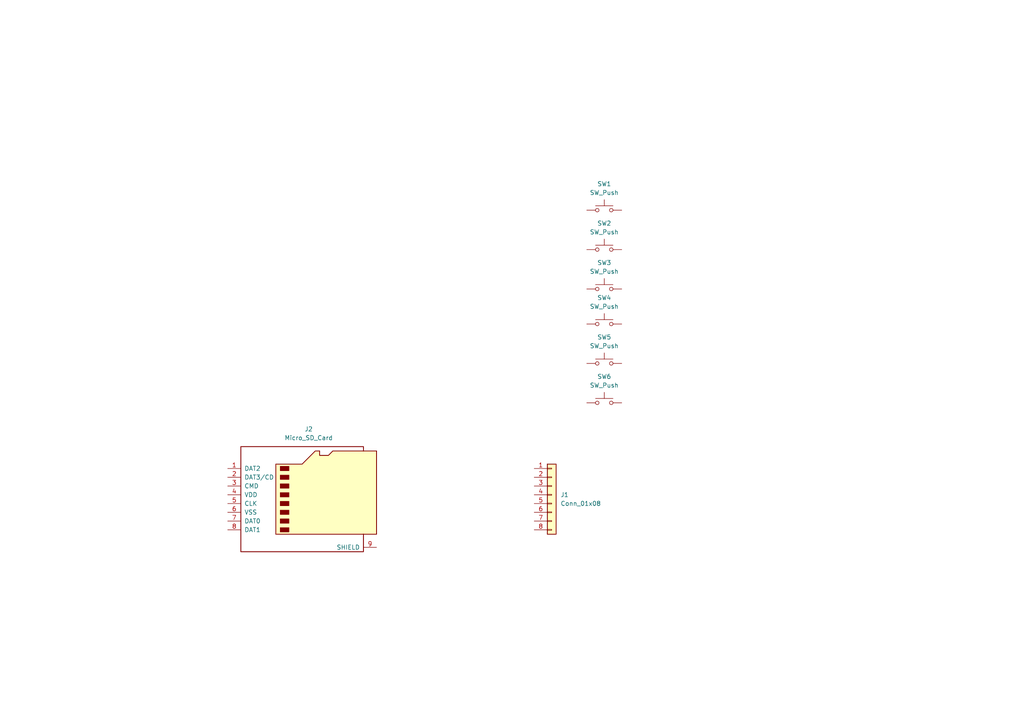
<source format=kicad_sch>
(kicad_sch (version 20250114) (generator "eeschema") (generator_version "9.0")
  (paper "A4")
  (lib_symbols
    (symbol "Connector:Micro_SD_Card" (pin_names (offset 1.016))
      (property "Reference" "J" (at -16.51 15.24 0))
      (property "Value" "Micro_SD_Card" (at 16.51 15.24 0))
      (symbol "Micro_SD_Card_0_1"
        (polyline (pts (xy -8.89 -11.43) (xy -8.89 8.89) (xy -1.27 8.89) (xy 2.54 12.7) (xy 3.81 12.7) (xy 3.81 11.43) (xy 6.35 11.43) (xy 7.62 12.7) (xy 20.32 12.7) (xy 20.32 -11.43) (xy -8.89 -11.43)) (stroke (width 0.254)) (fill (type background)))
        (rectangle (start -7.62 8.255) (end -5.08 6.985) (fill (type outline)))
        (rectangle (start -7.62 5.715) (end -5.08 4.445) (fill (type outline)))
        (rectangle (start -7.62 3.175) (end -5.08 1.905) (fill (type outline)))
        (rectangle (start -7.62 0.635) (end -5.08 -0.635) (fill (type outline)))
        (rectangle (start -7.62 -1.905) (end -5.08 -3.175) (fill (type outline)))
        (rectangle (start -7.62 -4.445) (end -5.08 -5.715) (fill (type outline)))
        (rectangle (start -7.62 -6.985) (end -5.08 -8.255) (fill (type outline)))
        (rectangle (start -7.62 -9.525) (end -5.08 -10.795) (fill (type outline)))
        (polyline (pts (xy 16.51 12.7) (xy 16.51 13.97) (xy -19.05 13.97) (xy -19.05 -16.51) (xy 16.51 -16.51) (xy 16.51 -11.43)) (stroke (width 0.254)))
      )
      (symbol "Micro_SD_Card_1_1"
        (pin bidirectional line (at -22.86 7.62 0) (length 3.81) (name "DAT2") (number "1"))
        (pin bidirectional line (at -22.86 5.08 0) (length 3.81) (name "DAT3/CD") (number "2"))
        (pin input line (at -22.86 2.54 0) (length 3.81) (name "CMD") (number "3"))
        (pin power_in line (at -22.86 0 0) (length 3.81) (name "VDD") (number "4"))
        (pin input line (at -22.86 -2.54 0) (length 3.81) (name "CLK") (number "5"))
        (pin power_in line (at -22.86 -5.08 0) (length 3.81) (name "VSS") (number "6"))
        (pin bidirectional line (at -22.86 -7.62 0) (length 3.81) (name "DAT0") (number "7"))
        (pin bidirectional line (at -22.86 -10.16 0) (length 3.81) (name "DAT1") (number "8"))
        (pin passive line (at 20.32 -15.24 180) (length 3.81) (name "SHIELD") (number "9"))
      )
    )
    (symbol "Connector_Generic:Conn_01x08" (pin_names (offset 1.016) (hide yes))
      (property "Reference" "J" (at 0 10.16 0))
      (property "Value" "Conn_01x08" (at 0 -12.7 0))
      (symbol "Conn_01x08_1_1"
        (rectangle (start -1.27 8.89) (end 1.27 -11.43) (stroke (width 0.254)) (fill (type background)))
        (rectangle (start -1.27 7.747) (end 0 7.493) (stroke (width 0.1524)))
        (rectangle (start -1.27 5.207) (end 0 4.953) (stroke (width 0.1524)))
        (rectangle (start -1.27 2.667) (end 0 2.413) (stroke (width 0.1524)))
        (rectangle (start -1.27 0.127) (end 0 -0.127) (stroke (width 0.1524)))
        (rectangle (start -1.27 -2.413) (end 0 -2.667) (stroke (width 0.1524)))
        (rectangle (start -1.27 -4.953) (end 0 -5.207) (stroke (width 0.1524)))
        (rectangle (start -1.27 -7.493) (end 0 -7.747) (stroke (width 0.1524)))
        (rectangle (start -1.27 -10.033) (end 0 -10.287) (stroke (width 0.1524)))
        (pin passive line (at -5.08 7.62 0) (length 3.81) (name "Pin_1") (number "1"))
        (pin passive line (at -5.08 5.08 0) (length 3.81) (name "Pin_2") (number "2"))
        (pin passive line (at -5.08 2.54 0) (length 3.81) (name "Pin_3") (number "3"))
        (pin passive line (at -5.08 0 0) (length 3.81) (name "Pin_4") (number "4"))
        (pin passive line (at -5.08 -2.54 0) (length 3.81) (name "Pin_5") (number "5"))
        (pin passive line (at -5.08 -5.08 0) (length 3.81) (name "Pin_6") (number "6"))
        (pin passive line (at -5.08 -7.62 0) (length 3.81) (name "Pin_7") (number "7"))
        (pin passive line (at -5.08 -10.16 0) (length 3.81) (name "Pin_8") (number "8"))
      )
    )
    (symbol "Switch:SW_Push" (pin_numbers (hide yes)) (pin_names (offset 1.016) (hide yes))
      (property "Reference" "SW" (at 1.27 2.54 0))
      (property "Value" "SW_Push" (at 0 -1.524 0))
      (symbol "SW_Push_0_1"
        (circle (center -2.032 0) (radius 0.508))
        (polyline (pts (xy 0 1.27) (xy 0 3.048)))
        (circle (center 2.032 0) (radius 0.508))
        (polyline (pts (xy 2.54 1.27) (xy -2.54 1.27)))
        (pin passive line (at -5.08 0 0) (length 2.54) (name "1") (number "1"))
        (pin passive line (at 5.08 0 180) (length 2.54) (name "2") (number "2"))
      )
    )
  )
  (symbol (lib_id "Switch:SW_Push") (at 175.26 72.39 0) (unit 1)
    (property "Reference" "SW2" (at 175.26 64.77 0))
    (property "Value" "SW_Push" (at 175.26 67.31 0))
    (property "Description" "Push button switch, generic, two pins" (effects (hide yes)))
  )
  (symbol (lib_id "Switch:SW_Push") (at 175.26 116.84 0) (unit 1)
    (property "Reference" "SW6" (at 175.26 109.22 0))
    (property "Value" "SW_Push" (at 175.26 111.76 0))
    (property "Description" "Push button switch, generic, two pins" (effects (hide yes)))
  )
  (symbol (lib_id "Switch:SW_Push") (at 175.26 83.82 0) (unit 1)
    (property "Reference" "SW3" (at 175.26 76.2 0))
    (property "Value" "SW_Push" (at 175.26 78.74 0))
    (property "Description" "Push button switch, generic, two pins" (effects (hide yes)))
  )
  (symbol (lib_id "Switch:SW_Push") (at 175.26 60.96 0) (unit 1)
    (property "Reference" "SW1" (at 175.26 53.34 0))
    (property "Value" "SW_Push" (at 175.26 55.88 0))
    (property "Description" "Push button switch, generic, two pins" (effects (hide yes)))
  )
  (symbol (lib_id "Switch:SW_Push") (at 175.26 93.98 0) (unit 1)
    (property "Reference" "SW4" (at 175.26 86.36 0))
    (property "Value" "SW_Push" (at 175.26 88.9 0))
    (property "Description" "Push button switch, generic, two pins" (effects (hide yes)))
  )
  (symbol (lib_id "Connector:Micro_SD_Card") (at 88.9 143.51 0) (unit 1)
    (property "Reference" "J2" (at 89.535 124.46 0))
    (property "Value" "Micro_SD_Card" (at 89.535 127 0))
    (property "Footprint" "Connector_Card:microSD_HC_Molex_47219-2001" (effects (hide yes)))
    (property "Datasheet" "https://www.we-online.com/components/products/datasheet/693072010801.pdf" (effects (hide yes)))
    (property "Description" "Micro SD Card Socket" (effects (hide yes)))
  )
  (symbol (lib_id "Connector_Generic:Conn_01x08") (at 160.02 143.51 0) (unit 1)
    (property "Reference" "J1" (at 162.56 143.5099 0) (effects (justify left)))
    (property "Value" "Conn_01x08" (at 162.56 146.0499 0) (effects (justify left)))
    (property "Description" "Generic connector, single row, 01x08, script generated (kicad-library-utils/schlib/autogen/connector/)" (effects (hide yes)))
  )
  (symbol (lib_id "Switch:SW_Push") (at 175.26 105.41 0) (unit 1)
    (property "Reference" "SW5" (at 175.26 97.79 0))
    (property "Value" "SW_Push" (at 175.26 100.33 0))
    (property "Description" "Push button switch, generic, two pins" (effects (hide yes)))
  )
)
</source>
